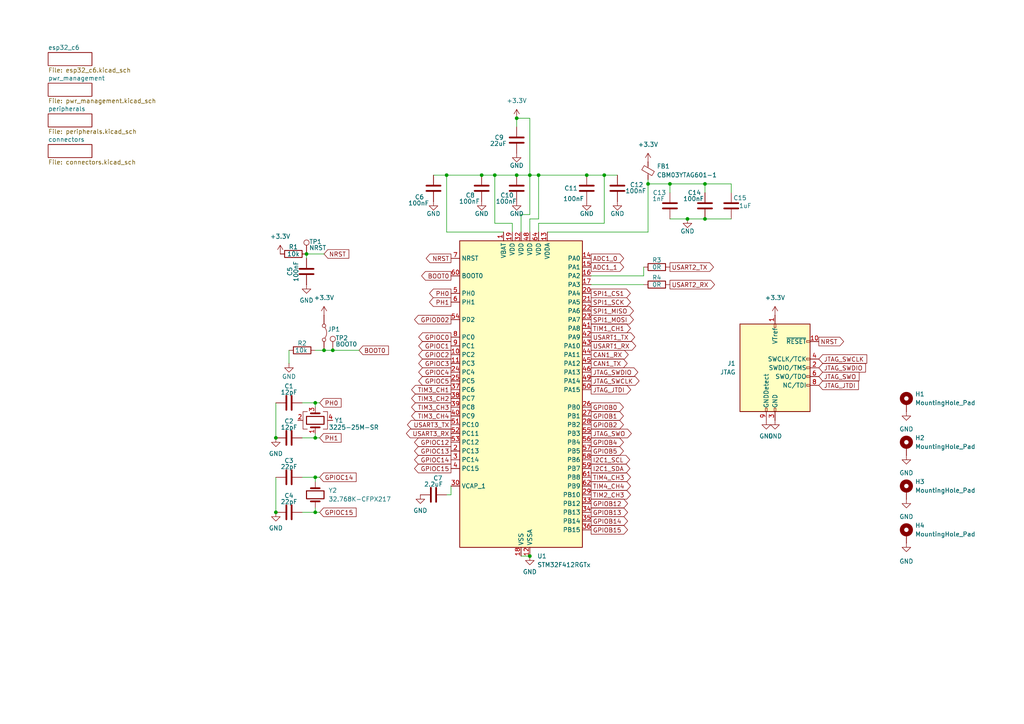
<source format=kicad_sch>
(kicad_sch (version 20250114) (generator "eeschema") (generator_version "9.0")
  (paper "A4")
  (title_block (title "IoT Logger B - STM32F4") (date "2026-01-24") (rev "1.0") (company "Piotr Kłyś"))
  (lib_symbols
    (symbol "Connector:Conn_ARM_JTAG_SWD_10" (pin_names (offset 1.016))
      (property "Reference" "J" (at -2.54 16.51 0))
      (property "Value" "Conn_ARM_JTAG_SWD_10" (at -2.54 13.97 0))
      (symbol "Conn_ARM_JTAG_SWD_10_0_1"
        (rectangle (start -10.16 12.7) (end 10.16 -12.7) (stroke (width 0.254)) (fill (type background)))
        (rectangle (start -2.794 -12.7) (end -2.286 -11.684))
        (rectangle (start -0.254 12.7) (end 0.254 11.684))
        (rectangle (start -0.254 -12.7) (end 0.254 -11.684))
        (rectangle (start 9.144 2.286) (end 10.16 2.794))
        (rectangle (start 10.16 7.874) (end 9.144 7.366))
        (rectangle (start 10.16 -0.254) (end 9.144 0.254))
        (rectangle (start 10.16 -2.794) (end 9.144 -2.286))
      )
      (symbol "Conn_ARM_JTAG_SWD_10_1_1"
        (rectangle (start 9.144 -5.334) (end 10.16 -4.826))
        (pin no_connect line (at -10.16 0 0) (length 2.54) (hide yes) (name "KEY") (number "7"))
        (pin passive line (at -2.54 -15.24 90) (length 2.54) (name "GNDDetect") (number "9"))
        (pin power_in line (at 0 15.24 270) (length 2.54) (name "VTref") (number "1"))
        (pin power_in line (at 0 -15.24 90) (length 2.54) (name "GND") (number "3"))
        (pin passive line (at 0 -15.24 90) (length 2.54) (hide yes) (name "GND") (number "5"))
        (pin open_collector line (at 12.7 7.62 180) (length 2.54) (name "~{RESET}") (number "10"))
        (pin output line (at 12.7 2.54 180) (length 2.54) (name "SWCLK/TCK") (number "4"))
        (pin bidirectional line (at 12.7 0 180) (length 2.54) (name "SWDIO/TMS") (number "2"))
        (pin input line (at 12.7 -2.54 180) (length 2.54) (name "SWO/TDO") (number "6"))
        (pin output line (at 12.7 -5.08 180) (length 2.54) (name "NC/TDI") (number "8"))
      )
    )
    (symbol "Connector:TestPoint" (pin_numbers (hide yes)) (pin_names (offset 0.762) (hide yes))
      (property "Reference" "TP" (at 0 6.858 0))
      (property "Value" "TestPoint" (at 0 5.08 0))
      (symbol "TestPoint_0_1"
        (circle (center 0 3.302) (radius 0.762))
      )
      (symbol "TestPoint_1_1"
        (pin passive line (at 0 0 90) (length 2.54) (name "1") (number "1"))
      )
    )
    (symbol "Device:C" (pin_numbers (hide yes)) (pin_names (offset 0.254))
      (property "Reference" "C" (at 0.635 2.54 0))
      (property "Value" "C" (at 0.635 -2.54 0))
      (symbol "C_0_1"
        (polyline (pts (xy -2.032 0.762) (xy 2.032 0.762)) (stroke (width 0.508)))
        (polyline (pts (xy -2.032 -0.762) (xy 2.032 -0.762)) (stroke (width 0.508)))
      )
      (symbol "C_1_1"
        (pin passive line (at 0 3.81 270) (length 2.794) (name "~") (number "1"))
        (pin passive line (at 0 -3.81 90) (length 2.794) (name "~") (number "2"))
      )
    )
    (symbol "Device:Crystal" (pin_numbers (hide yes)) (pin_names (offset 1.016) (hide yes))
      (property "Reference" "Y" (at 0 3.81 0))
      (property "Value" "Crystal" (at 0 -3.81 0))
      (symbol "Crystal_0_1"
        (polyline (pts (xy -2.54 0) (xy -1.905 0)))
        (polyline (pts (xy -1.905 -1.27) (xy -1.905 1.27)) (stroke (width 0.508)))
        (rectangle (start -1.143 2.54) (end 1.143 -2.54) (stroke (width 0.3048)))
        (polyline (pts (xy 1.905 -1.27) (xy 1.905 1.27)) (stroke (width 0.508)))
        (polyline (pts (xy 2.54 0) (xy 1.905 0)))
      )
      (symbol "Crystal_1_1"
        (pin passive line (at -3.81 0 0) (length 1.27) (name "1") (number "1"))
        (pin passive line (at 3.81 0 180) (length 1.27) (name "2") (number "2"))
      )
    )
    (symbol "Device:Crystal_GND24" (pin_names (offset 1.016) (hide yes))
      (property "Reference" "Y" (at 3.175 5.08 0))
      (property "Value" "Crystal_GND24" (at 3.175 3.175 0))
      (symbol "Crystal_GND24_0_1"
        (polyline (pts (xy -2.54 2.286) (xy -2.54 3.556) (xy 2.54 3.556) (xy 2.54 2.286)))
        (polyline (pts (xy -2.54 0) (xy -2.032 0)))
        (polyline (pts (xy -2.54 -2.286) (xy -2.54 -3.556) (xy 2.54 -3.556) (xy 2.54 -2.286)))
        (polyline (pts (xy -2.032 -1.27) (xy -2.032 1.27)) (stroke (width 0.508)))
        (rectangle (start -1.143 2.54) (end 1.143 -2.54) (stroke (width 0.3048)))
        (polyline (pts (xy 0 3.556) (xy 0 3.81)))
        (polyline (pts (xy 0 -3.81) (xy 0 -3.556)))
        (polyline (pts (xy 2.032 0) (xy 2.54 0)))
        (polyline (pts (xy 2.032 -1.27) (xy 2.032 1.27)) (stroke (width 0.508)))
      )
      (symbol "Crystal_GND24_1_1"
        (pin passive line (at -3.81 0 0) (length 1.27) (name "1") (number "1"))
        (pin passive line (at 0 5.08 270) (length 1.27) (name "2") (number "2"))
        (pin passive line (at 0 -5.08 90) (length 1.27) (name "4") (number "4"))
        (pin passive line (at 3.81 0 180) (length 1.27) (name "3") (number "3"))
      )
    )
    (symbol "Device:FerriteBead_Small" (pin_numbers (hide yes)) (pin_names (offset 0))
      (property "Reference" "FB" (at 1.905 1.27 0))
      (property "Value" "FerriteBead_Small" (at 1.905 -1.27 0))
      (symbol "FerriteBead_Small_0_1"
        (polyline (pts (xy -1.8288 0.2794) (xy -1.1176 1.4986) (xy 1.8288 -0.2032) (xy 1.1176 -1.4224) (xy -1.8288 0.2794)))
        (polyline (pts (xy 0 0.889) (xy 0 1.2954)))
        (polyline (pts (xy 0 -1.27) (xy 0 -0.7874)))
      )
      (symbol "FerriteBead_Small_1_1"
        (pin passive line (at 0 2.54 270) (length 1.27) (name "~") (number "1"))
        (pin passive line (at 0 -2.54 90) (length 1.27) (name "~") (number "2"))
      )
    )
    (symbol "Device:R" (pin_numbers (hide yes)) (pin_names (offset 0))
      (property "Reference" "R" (at 2.032 0 90))
      (property "Value" "R" (at 0 0 90))
      (symbol "R_0_1"
        (rectangle (start -1.016 -2.54) (end 1.016 2.54) (stroke (width 0.254)))
      )
      (symbol "R_1_1"
        (pin passive line (at 0 3.81 270) (length 1.27) (name "~") (number "1"))
        (pin passive line (at 0 -3.81 90) (length 1.27) (name "~") (number "2"))
      )
    )
    (symbol "Jumper:Jumper_2_Bridged" (pin_numbers (hide yes)) (pin_names (offset 0) (hide yes))
      (property "Reference" "JP" (at 0 1.905 0))
      (property "Value" "Jumper_2_Bridged" (at 0 -2.54 0))
      (symbol "Jumper_2_Bridged_0_0"
        (circle (center -2.032 0) (radius 0.508))
        (circle (center 2.032 0) (radius 0.508))
      )
      (symbol "Jumper_2_Bridged_0_1"
        (arc (start -1.524 0.254) (mid 0 0.762) (end 1.524 0.254))
      )
      (symbol "Jumper_2_Bridged_1_1"
        (pin passive line (at -5.08 0 0) (length 2.54) (name "A") (number "1"))
        (pin passive line (at 5.08 0 180) (length 2.54) (name "B") (number "2"))
      )
    )
    (symbol "MCU_ST_STM32F4:STM32F412RGTx"
      (property "Reference" "U" (at -17.78 46.99 0))
      (property "Value" "STM32F412RGTx" (at 10.16 46.99 0))
      (symbol "STM32F412RGTx_0_1"
        (rectangle (start -17.78 -43.18) (end 17.78 45.72) (stroke (width 0.254)) (fill (type background)))
      )
      (symbol "STM32F412RGTx_1_1"
        (pin input line (at -20.32 40.64 0) (length 2.54) (name "NRST") (number "7"))
        (pin input line (at -20.32 35.56 0) (length 2.54) (name "BOOT0") (number "60"))
        (pin bidirectional line (at -20.32 30.48 0) (length 2.54) (name "PH0") (number "5"))
        (pin bidirectional line (at -20.32 27.94 0) (length 2.54) (name "PH1") (number "6"))
        (pin bidirectional line (at -20.32 22.86 0) (length 2.54) (name "PD2") (number "54"))
        (pin bidirectional line (at -20.32 17.78 0) (length 2.54) (name "PC0") (number "8"))
        (pin bidirectional line (at -20.32 15.24 0) (length 2.54) (name "PC1") (number "9"))
        (pin bidirectional line (at -20.32 12.7 0) (length 2.54) (name "PC2") (number "10"))
        (pin bidirectional line (at -20.32 10.16 0) (length 2.54) (name "PC3") (number "11"))
        (pin bidirectional line (at -20.32 7.62 0) (length 2.54) (name "PC4") (number "24"))
        (pin bidirectional line (at -20.32 5.08 0) (length 2.54) (name "PC5") (number "25"))
        (pin bidirectional line (at -20.32 2.54 0) (length 2.54) (name "PC6") (number "37"))
        (pin bidirectional line (at -20.32 0 0) (length 2.54) (name "PC7") (number "38"))
        (pin bidirectional line (at -20.32 -2.54 0) (length 2.54) (name "PC8") (number "39"))
        (pin bidirectional line (at -20.32 -5.08 0) (length 2.54) (name "PC9") (number "40"))
        (pin bidirectional line (at -20.32 -7.62 0) (length 2.54) (name "PC10") (number "51"))
        (pin bidirectional line (at -20.32 -10.16 0) (length 2.54) (name "PC11") (number "52"))
        (pin bidirectional line (at -20.32 -12.7 0) (length 2.54) (name "PC12") (number "53"))
        (pin bidirectional line (at -20.32 -15.24 0) (length 2.54) (name "PC13") (number "2"))
        (pin bidirectional line (at -20.32 -17.78 0) (length 2.54) (name "PC14") (number "3"))
        (pin bidirectional line (at -20.32 -20.32 0) (length 2.54) (name "PC15") (number "4"))
        (pin power_out line (at -20.32 -25.4 0) (length 2.54) (name "VCAP_1") (number "30"))
        (pin power_in line (at -5.08 48.26 270) (length 2.54) (name "VBAT") (number "1"))
        (pin power_in line (at -2.54 48.26 270) (length 2.54) (name "VDD") (number "19"))
        (pin power_in line (at 0 48.26 270) (length 2.54) (name "VDD") (number "32"))
        (pin power_in line (at 0 -45.72 90) (length 2.54) (name "VSS") (number "18"))
        (pin passive line (at 0 -45.72 90) (length 2.54) (hide yes) (name "VSS") (number "31"))
        (pin passive line (at 0 -45.72 90) (length 2.54) (hide yes) (name "VSS") (number "47"))
        (pin passive line (at 0 -45.72 90) (length 2.54) (hide yes) (name "VSS") (number "63"))
        (pin power_in line (at 2.54 48.26 270) (length 2.54) (name "VDD") (number "48"))
        (pin power_in line (at 2.54 -45.72 90) (length 2.54) (name "VSSA") (number "12"))
        (pin power_in line (at 5.08 48.26 270) (length 2.54) (name "VDD") (number "64"))
        (pin power_in line (at 7.62 48.26 270) (length 2.54) (name "VDDA") (number "13"))
        (pin bidirectional line (at 20.32 40.64 180) (length 2.54) (name "PA0") (number "14"))
        (pin bidirectional line (at 20.32 38.1 180) (length 2.54) (name "PA1") (number "15"))
        (pin bidirectional line (at 20.32 35.56 180) (length 2.54) (name "PA2") (number "16"))
        (pin bidirectional line (at 20.32 33.02 180) (length 2.54) (name "PA3") (number "17"))
        (pin bidirectional line (at 20.32 30.48 180) (length 2.54) (name "PA4") (number "20"))
        (pin bidirectional line (at 20.32 27.94 180) (length 2.54) (name "PA5") (number "21"))
        (pin bidirectional line (at 20.32 25.4 180) (length 2.54) (name "PA6") (number "22"))
        (pin bidirectional line (at 20.32 22.86 180) (length 2.54) (name "PA7") (number "23"))
        (pin bidirectional line (at 20.32 20.32 180) (length 2.54) (name "PA8") (number "41"))
        (pin bidirectional line (at 20.32 17.78 180) (length 2.54) (name "PA9") (number "42"))
        (pin bidirectional line (at 20.32 15.24 180) (length 2.54) (name "PA10") (number "43"))
        (pin bidirectional line (at 20.32 12.7 180) (length 2.54) (name "PA11") (number "44"))
        (pin bidirectional line (at 20.32 10.16 180) (length 2.54) (name "PA12") (number "45"))
        (pin bidirectional line (at 20.32 7.62 180) (length 2.54) (name "PA13") (number "46"))
        (pin bidirectional line (at 20.32 5.08 180) (length 2.54) (name "PA14") (number "49"))
        (pin bidirectional line (at 20.32 2.54 180) (length 2.54) (name "PA15") (number "50"))
        (pin bidirectional line (at 20.32 -2.54 180) (length 2.54) (name "PB0") (number "26"))
        (pin bidirectional line (at 20.32 -5.08 180) (length 2.54) (name "PB1") (number "27"))
        (pin bidirectional line (at 20.32 -7.62 180) (length 2.54) (name "PB2") (number "28"))
        (pin bidirectional line (at 20.32 -10.16 180) (length 2.54) (name "PB3") (number "55"))
        (pin bidirectional line (at 20.32 -12.7 180) (length 2.54) (name "PB4") (number "56"))
        (pin bidirectional line (at 20.32 -15.24 180) (length 2.54) (name "PB5") (number "57"))
        (pin bidirectional line (at 20.32 -17.78 180) (length 2.54) (name "PB6") (number "58"))
        (pin bidirectional line (at 20.32 -20.32 180) (length 2.54) (name "PB7") (number "59"))
        (pin bidirectional line (at 20.32 -22.86 180) (length 2.54) (name "PB8") (number "61"))
        (pin bidirectional line (at 20.32 -25.4 180) (length 2.54) (name "PB9") (number "62"))
        (pin bidirectional line (at 20.32 -27.94 180) (length 2.54) (name "PB10") (number "29"))
        (pin bidirectional line (at 20.32 -30.48 180) (length 2.54) (name "PB12") (number "33"))
        (pin bidirectional line (at 20.32 -33.02 180) (length 2.54) (name "PB13") (number "34"))
        (pin bidirectional line (at 20.32 -35.56 180) (length 2.54) (name "PB14") (number "35"))
        (pin bidirectional line (at 20.32 -38.1 180) (length 2.54) (name "PB15") (number "36"))
      )
    )
    (symbol "Mechanical:MountingHole_Pad" (pin_numbers (hide yes)) (pin_names (offset 1.016) (hide yes)) (in_bom no)
      (property "Reference" "H" (at 0 6.35 0))
      (property "Value" "MountingHole_Pad" (at 0 4.445 0))
      (symbol "MountingHole_Pad_0_1"
        (circle (center 0 1.27) (radius 1.27) (stroke (width 1.27)))
      )
      (symbol "MountingHole_Pad_1_1"
        (pin input line (at 0 -2.54 90) (length 2.54) (name "1") (number "1"))
      )
    )
    (symbol "power:+3.3V" (power) (pin_numbers (hide yes)) (pin_names (offset 0) (hide yes))
      (property "Value" "+3.3V" (at 0 3.556 0))
      (symbol "+3.3V_0_1"
        (polyline (pts (xy -0.762 1.27) (xy 0 2.54)))
        (polyline (pts (xy 0 2.54) (xy 0.762 1.27)))
        (polyline (pts (xy 0 0) (xy 0 2.54)))
      )
      (symbol "+3.3V_1_1"
        (pin power_in line (at 0 0 90) (length 0) (name "~") (number "1"))
      )
    )
    (symbol "power:GND" (power) (pin_numbers (hide yes)) (pin_names (offset 0) (hide yes))
      (property "Value" "GND" (at 0 -3.81 0))
      (symbol "GND_0_1"
        (polyline (pts (xy 0 0) (xy 0 -1.27) (xy 1.27 -1.27) (xy 0 -2.54) (xy -1.27 -1.27) (xy 0 -1.27)))
      )
      (symbol "GND_1_1"
        (pin power_in line (at 0 0 270) (length 0) (name "~") (number "1"))
      )
    )
  )
  (junction (at 149.86 50.8))
  (junction (at 143.51 50.8))
  (junction (at 170.18 50.8))
  (junction (at 91.44 148.59))
  (junction (at 91.44 116.84))
  (junction (at 139.7 50.8))
  (junction (at 175.26 50.8))
  (junction (at 204.47 53.34))
  (junction (at 156.21 50.8))
  (junction (at 204.47 63.5))
  (junction (at 88.9 73.66))
  (junction (at 93.98 101.6))
  (junction (at 91.44 127))
  (junction (at 80.01 127))
  (junction (at 187.96 53.34))
  (junction (at 199.39 63.5))
  (junction (at 149.86 34.29))
  (junction (at 153.67 50.8))
  (junction (at 96.52 101.6))
  (junction (at 91.44 138.43))
  (junction (at 129.54 50.8))
  (junction (at 153.67 161.29))
  (junction (at 194.31 53.34))
  (junction (at 80.01 148.59))
  (wire (pts (xy 204.47 53.34) (xy 194.31 53.34)))
  (wire (pts (xy 212.09 53.34) (xy 204.47 53.34)))
  (wire (pts (xy 96.52 101.6) (xy 104.14 101.6)))
  (wire (pts (xy 91.44 127) (xy 92.71 127)))
  (wire (pts (xy 148.59 64.77) (xy 148.59 67.31)))
  (wire (pts (xy 153.67 67.31) (xy 153.67 63.5)))
  (wire (pts (xy 151.13 161.29) (xy 153.67 161.29)))
  (wire (pts (xy 88.9 74.93) (xy 88.9 73.66)))
  (wire (pts (xy 143.51 50.8) (xy 149.86 50.8)))
  (wire (pts (xy 96.52 101.6) (xy 93.98 101.6)))
  (wire (pts (xy 204.47 63.5) (xy 212.09 63.5)))
  (wire (pts (xy 87.63 127) (xy 91.44 127)))
  (wire (pts (xy 91.44 125.73) (xy 91.44 127)))
  (wire (pts (xy 91.44 138.43) (xy 91.44 139.7)))
  (wire (pts (xy 87.63 138.43) (xy 91.44 138.43)))
  (wire (pts (xy 91.44 147.32) (xy 91.44 148.59)))
  (wire (pts (xy 129.54 50.8) (xy 139.7 50.8)))
  (wire (pts (xy 153.67 63.5) (xy 156.21 63.5)))
  (wire (pts (xy 187.96 67.31) (xy 187.96 53.34)))
  (wire (pts (xy 186.69 80.01) (xy 186.69 77.47)))
  (wire (pts (xy 151.13 67.31) (xy 151.13 62.23)))
  (wire (pts (xy 156.21 50.8) (xy 170.18 50.8)))
  (wire (pts (xy 187.96 52.07) (xy 187.96 53.34)))
  (wire (pts (xy 153.67 62.23) (xy 153.67 50.8)))
  (wire (pts (xy 87.63 116.84) (xy 91.44 116.84)))
  (wire (pts (xy 153.67 34.29) (xy 153.67 50.8)))
  (wire (pts (xy 129.54 143.51) (xy 130.81 143.51)))
  (wire (pts (xy 91.44 148.59) (xy 92.71 148.59)))
  (wire (pts (xy 129.54 50.8) (xy 125.73 50.8)))
  (wire (pts (xy 151.13 62.23) (xy 153.67 62.23)))
  (wire (pts (xy 139.7 50.8) (xy 143.51 50.8)))
  (wire (pts (xy 194.31 63.5) (xy 199.39 63.5)))
  (wire (pts (xy 156.21 63.5) (xy 156.21 50.8)))
  (wire (pts (xy 187.96 53.34) (xy 194.31 53.34)))
  (wire (pts (xy 148.59 64.77) (xy 143.51 64.77)))
  (wire (pts (xy 156.21 64.77) (xy 175.26 64.77)))
  (wire (pts (xy 149.86 50.8) (xy 153.67 50.8)))
  (wire (pts (xy 88.9 73.66) (xy 93.98 73.66)))
  (wire (pts (xy 175.26 64.77) (xy 175.26 50.8)))
  (wire (pts (xy 91.44 101.6) (xy 93.98 101.6)))
  (wire (pts (xy 170.18 50.8) (xy 175.26 50.8)))
  (wire (pts (xy 129.54 67.31) (xy 129.54 50.8)))
  (wire (pts (xy 204.47 55.88) (xy 204.47 53.34)))
  (wire (pts (xy 91.44 116.84) (xy 91.44 118.11)))
  (wire (pts (xy 87.63 148.59) (xy 91.44 148.59)))
  (wire (pts (xy 175.26 50.8) (xy 179.07 50.8)))
  (wire (pts (xy 158.75 67.31) (xy 187.96 67.31)))
  (wire (pts (xy 143.51 64.77) (xy 143.51 50.8)))
  (wire (pts (xy 83.82 105.41) (xy 83.82 101.6)))
  (wire (pts (xy 91.44 138.43) (xy 92.71 138.43)))
  (wire (pts (xy 199.39 63.5) (xy 204.47 63.5)))
  (wire (pts (xy 194.31 53.34) (xy 194.31 55.88)))
  (wire (pts (xy 171.45 82.55) (xy 186.69 82.55)))
  (wire (pts (xy 146.05 67.31) (xy 129.54 67.31)))
  (wire (pts (xy 80.01 138.43) (xy 80.01 148.59)))
  (wire (pts (xy 153.67 34.29) (xy 149.86 34.29)))
  (wire (pts (xy 156.21 64.77) (xy 156.21 67.31)))
  (wire (pts (xy 80.01 116.84) (xy 80.01 127)))
  (wire (pts (xy 153.67 50.8) (xy 156.21 50.8)))
  (wire (pts (xy 130.81 143.51) (xy 130.81 140.97)))
  (wire (pts (xy 171.45 80.01) (xy 186.69 80.01)))
  (wire (pts (xy 91.44 116.84) (xy 92.71 116.84)))
  (wire (pts (xy 212.09 55.88) (xy 212.09 53.34)))
  (wire (pts (xy 149.86 34.29) (xy 149.86 36.83)))
  (global_label "GPIOC13" (shape output) (at 130.81 130.81 180) (property "Intersheetrefs" "${INTERSHEET_REFS}" (effects (hide yes))))
  (global_label "PH0" (shape input) (at 92.71 116.84 0) (property "Intersheetrefs" "${INTERSHEET_REFS}" (effects (hide yes))))
  (global_label "GPIOB2" (shape output) (at 171.45 123.19 0) (property "Intersheetrefs" "${INTERSHEET_REFS}" (effects (hide yes))))
  (global_label "NRST" (shape input) (at 93.98 73.66 0) (property "Intersheetrefs" "${INTERSHEET_REFS}" (effects (hide yes))))
  (global_label "BOOT0" (shape input) (at 104.14 101.6 0) (property "Intersheetrefs" "${INTERSHEET_REFS}" (effects (hide yes))))
  (global_label "GPIOC1" (shape output) (at 130.81 100.33 180) (property "Intersheetrefs" "${INTERSHEET_REFS}" (effects (hide yes))))
  (global_label "SPI1_SCK" (shape output) (at 171.45 87.63 0) (property "Intersheetrefs" "${INTERSHEET_REFS}" (effects (hide yes))))
  (global_label "JTAG_JTDI" (shape output) (at 171.45 113.03 0) (property "Intersheetrefs" "${INTERSHEET_REFS}" (effects (hide yes))))
  (global_label "USART2_TX" (shape output) (at 194.31 77.47 0) (property "Intersheetrefs" "${INTERSHEET_REFS}" (effects (hide yes))))
  (global_label "GPIOC3" (shape output) (at 130.81 105.41 180) (property "Intersheetrefs" "${INTERSHEET_REFS}" (effects (hide yes))))
  (global_label "GPIOB15" (shape output) (at 171.45 153.67 0) (property "Intersheetrefs" "${INTERSHEET_REFS}" (effects (hide yes))))
  (global_label "TIM3_CH4" (shape output) (at 130.81 120.65 180) (property "Intersheetrefs" "${INTERSHEET_REFS}" (effects (hide yes))))
  (global_label "TIM4_CH3" (shape output) (at 171.45 138.43 0) (property "Intersheetrefs" "${INTERSHEET_REFS}" (effects (hide yes))))
  (global_label "I2C1_SDA" (shape output) (at 171.45 135.89 0) (property "Intersheetrefs" "${INTERSHEET_REFS}" (effects (hide yes))))
  (global_label "SPI1_MISO" (shape output) (at 171.45 90.17 0) (property "Intersheetrefs" "${INTERSHEET_REFS}" (effects (hide yes))))
  (global_label "GPIOB12" (shape output) (at 171.45 146.05 0) (property "Intersheetrefs" "${INTERSHEET_REFS}" (effects (hide yes))))
  (global_label "TIM3_CH3" (shape output) (at 130.81 118.11 180) (property "Intersheetrefs" "${INTERSHEET_REFS}" (effects (hide yes))))
  (global_label "GPIOC12" (shape output) (at 130.81 128.27 180) (property "Intersheetrefs" "${INTERSHEET_REFS}" (effects (hide yes))))
  (global_label "PH0" (shape output) (at 130.81 85.09 180) (property "Intersheetrefs" "${INTERSHEET_REFS}" (effects (hide yes))))
  (global_label "GPIOC0" (shape output) (at 130.81 97.79 180) (property "Intersheetrefs" "${INTERSHEET_REFS}" (effects (hide yes))))
  (global_label "GPIOB0" (shape output) (at 171.45 118.11 0) (property "Intersheetrefs" "${INTERSHEET_REFS}" (effects (hide yes))))
  (global_label "JTAG_SWCLK" (shape output) (at 171.45 110.49 0) (property "Intersheetrefs" "${INTERSHEET_REFS}" (effects (hide yes))))
  (global_label "SPI1_CS1" (shape output) (at 171.45 85.09 0) (property "Intersheetrefs" "${INTERSHEET_REFS}" (effects (hide yes))))
  (global_label "GPIOB4" (shape output) (at 171.45 128.27 0) (property "Intersheetrefs" "${INTERSHEET_REFS}" (effects (hide yes))))
  (global_label "GPIOC5" (shape output) (at 130.81 110.49 180) (property "Intersheetrefs" "${INTERSHEET_REFS}" (effects (hide yes))))
  (global_label "TIM3_CH2" (shape output) (at 130.81 115.57 180) (property "Intersheetrefs" "${INTERSHEET_REFS}" (effects (hide yes))))
  (global_label "TIM2_CH3" (shape output) (at 171.45 143.51 0) (property "Intersheetrefs" "${INTERSHEET_REFS}" (effects (hide yes))))
  (global_label "CAN1_TX" (shape output) (at 171.45 105.41 0) (property "Intersheetrefs" "${INTERSHEET_REFS}" (effects (hide yes))))
  (global_label "NRST" (shape output) (at 237.49 99.06 0) (property "Intersheetrefs" "${INTERSHEET_REFS}" (effects (hide yes))))
  (global_label "USART1_TX" (shape output) (at 171.45 97.79 0) (property "Intersheetrefs" "${INTERSHEET_REFS}" (effects (hide yes))))
  (global_label "JTAG_SWDIO" (shape output) (at 171.45 107.95 0) (property "Intersheetrefs" "${INTERSHEET_REFS}" (effects (hide yes))))
  (global_label "GPIOB1" (shape output) (at 171.45 120.65 0) (property "Intersheetrefs" "${INTERSHEET_REFS}" (effects (hide yes))))
  (global_label "SPI1_MOSI" (shape output) (at 171.45 92.71 0) (property "Intersheetrefs" "${INTERSHEET_REFS}" (effects (hide yes))))
  (global_label "JTAG_SWO" (shape output) (at 171.45 125.73 0) (property "Intersheetrefs" "${INTERSHEET_REFS}" (effects (hide yes))))
  (global_label "I2C1_SCL" (shape output) (at 171.45 133.35 0) (property "Intersheetrefs" "${INTERSHEET_REFS}" (effects (hide yes))))
  (global_label "GPIOB14" (shape output) (at 171.45 151.13 0) (property "Intersheetrefs" "${INTERSHEET_REFS}" (effects (hide yes))))
  (global_label "GPIOB13" (shape output) (at 171.45 148.59 0) (property "Intersheetrefs" "${INTERSHEET_REFS}" (effects (hide yes))))
  (global_label "USART3_TX" (shape output) (at 130.81 123.19 180) (property "Intersheetrefs" "${INTERSHEET_REFS}" (effects (hide yes))))
  (global_label "GPIOC14" (shape output) (at 130.81 133.35 180) (property "Intersheetrefs" "${INTERSHEET_REFS}" (effects (hide yes))))
  (global_label "TIM1_CH1" (shape output) (at 171.45 95.25 0) (property "Intersheetrefs" "${INTERSHEET_REFS}" (effects (hide yes))))
  (global_label "TIM3_CH1" (shape output) (at 130.81 113.03 180) (property "Intersheetrefs" "${INTERSHEET_REFS}" (effects (hide yes))))
  (global_label "GPIOC4" (shape output) (at 130.81 107.95 180) (property "Intersheetrefs" "${INTERSHEET_REFS}" (effects (hide yes))))
  (global_label "NRST" (shape output) (at 130.81 74.93 180) (property "Intersheetrefs" "${INTERSHEET_REFS}" (effects (hide yes))))
  (global_label "TIM4_CH4" (shape output) (at 171.45 140.97 0) (property "Intersheetrefs" "${INTERSHEET_REFS}" (effects (hide yes))))
  (global_label "GPIOC14" (shape input) (at 92.71 138.43 0) (property "Intersheetrefs" "${INTERSHEET_REFS}" (effects (hide yes))))
  (global_label "GPIOB5" (shape output) (at 171.45 130.81 0) (property "Intersheetrefs" "${INTERSHEET_REFS}" (effects (hide yes))))
  (global_label "JTAG_SWDIO" (shape input) (at 237.49 106.68 0) (property "Intersheetrefs" "${INTERSHEET_REFS}" (effects (hide yes))))
  (global_label "PH1" (shape output) (at 130.81 87.63 180) (property "Intersheetrefs" "${INTERSHEET_REFS}" (effects (hide yes))))
  (global_label "BOOT0" (shape output) (at 130.81 80.01 180) (property "Intersheetrefs" "${INTERSHEET_REFS}" (effects (hide yes))))
  (global_label "GPIOC15" (shape input) (at 92.71 148.59 0) (property "Intersheetrefs" "${INTERSHEET_REFS}" (effects (hide yes))))
  (global_label "GPIOC2" (shape output) (at 130.81 102.87 180) (property "Intersheetrefs" "${INTERSHEET_REFS}" (effects (hide yes))))
  (global_label "ADC1_1" (shape output) (at 171.45 77.47 0) (property "Intersheetrefs" "${INTERSHEET_REFS}" (effects (hide yes))))
  (global_label "CAN1_RX" (shape output) (at 171.45 102.87 0) (property "Intersheetrefs" "${INTERSHEET_REFS}" (effects (hide yes))))
  (global_label "JTAG_SWO" (shape input) (at 237.49 109.22 0) (property "Intersheetrefs" "${INTERSHEET_REFS}" (effects (hide yes))))
  (global_label "GPIOC15" (shape output) (at 130.81 135.89 180) (property "Intersheetrefs" "${INTERSHEET_REFS}" (effects (hide yes))))
  (global_label "USART2_RX" (shape output) (at 194.31 82.55 0) (property "Intersheetrefs" "${INTERSHEET_REFS}" (effects (hide yes))))
  (global_label "USART1_RX" (shape output) (at 171.45 100.33 0) (property "Intersheetrefs" "${INTERSHEET_REFS}" (effects (hide yes))))
  (global_label "PH1" (shape input) (at 92.71 127 0) (property "Intersheetrefs" "${INTERSHEET_REFS}" (effects (hide yes))))
  (global_label "JTAG_SWCLK" (shape input) (at 237.49 104.14 0) (property "Intersheetrefs" "${INTERSHEET_REFS}" (effects (hide yes))))
  (global_label "JTAG_JTDI" (shape input) (at 237.49 111.76 0) (property "Intersheetrefs" "${INTERSHEET_REFS}" (effects (hide yes))))
  (global_label "ADC1_0" (shape output) (at 171.45 74.93 0) (property "Intersheetrefs" "${INTERSHEET_REFS}" (effects (hide yes))))
  (global_label "USART3_RX" (shape output) (at 130.81 125.73 180) (property "Intersheetrefs" "${INTERSHEET_REFS}" (effects (hide yes))))
  (global_label "GPIOD02" (shape output) (at 130.81 92.71 180) (property "Intersheetrefs" "${INTERSHEET_REFS}" (effects (hide yes))))
  (symbol (lib_id "Device:C") (at 83.82 116.84 90) (unit 1)
    (property "Reference" "C1" (at 83.82 112.014 90))
    (property "Value" "12pF" (at 83.82 113.792 90))
    (property "Footprint" "Capacitor_SMD:C_0603_1608Metric" (effects (hide yes)))
    (property "Description" "Unpolarized capacitor" (effects (hide yes)))
  )
  (symbol (lib_id "Mechanical:MountingHole_Pad") (at 262.89 142.24 0) (unit 1) (in_bom no)
    (property "Reference" "H3" (at 265.43 139.6999 0) (effects (justify left)))
    (property "Value" "MountingHole_Pad" (at 265.43 142.2399 0) (effects (justify left)))
    (property "Footprint" "MountingHole:MountingHole_3.2mm_M3_DIN965_Pad" (effects (hide yes)))
    (property "Description" "Mounting Hole with connection" (effects (hide yes)))
  )
  (symbol (lib_id "MCU_ST_STM32F4:STM32F412RGTx") (at 151.13 115.57 0) (unit 1)
    (property "Reference" "U1" (at 155.8133 161.29 0) (effects (justify left)))
    (property "Value" "STM32F412RGTx" (at 155.8133 163.83 0) (effects (justify left)))
    (property "Footprint" "Package_QFP:LQFP-64_10x10mm_P0.5mm" (effects (hide yes)))
    (property "Datasheet" "https://www.st.com/resource/en/datasheet/stm32f412rg.pdf" (effects (hide yes)))
    (property "Description" "STMicroelectronics Arm Cortex-M4 MCU, 1024KB flash, 256KB RAM, 100 MHz, 1.7-3.6V, 50 GPIO, LQFP64" (effects (hide yes)))
  )
  (symbol (lib_id "Device:C") (at 204.47 59.69 0) (unit 1)
    (property "Reference" "C14" (at 201.422 55.88 0))
    (property "Value" "100nF" (at 201.168 57.658 0))
    (property "Footprint" "Capacitor_SMD:C_0603_1608Metric" (effects (hide yes)))
    (property "Description" "Unpolarized capacitor" (effects (hide yes)))
  )
  (symbol (lib_id "Connector:TestPoint") (at 96.52 101.6 0) (unit 1)
    (property "Reference" "TP2" (at 97.282 98.044 0) (effects (justify left)))
    (property "Value" "BOOT0" (at 97.282 99.822 0) (effects (justify left)))
    (property "Footprint" "TestPoint:TestPoint_Pad_D1.5mm" (effects (hide yes)))
    (property "Description" "test point" (effects (hide yes)))
  )
  (symbol (lib_id "Jumper:Jumper_2_Bridged") (at 93.98 96.52 270) (unit 1)
    (property "Reference" "JP1" (at 94.996 95.504 90) (effects (justify left)))
    (property "Value" "Jumper_2_Bridged" (effects (hide yes)))
    (property "Footprint" "Connector_PinHeader_2.54mm:PinHeader_1x02_P2.54mm_Vertical" (effects (hide yes)))
    (property "Description" "Jumper, 2-pole, closed/bridged" (effects (hide yes)))
  )
  (symbol (lib_id "power:GND") (at 80.01 148.59 0) (unit 1)
    (property "Reference" "#PWR02" (effects (hide yes)))
    (property "Value" "GND" (at 80.01 153.162 0))
    (property "Description" "Power symbol creates a global label with name \"GND\" , ground" (effects (hide yes)))
  )
  (symbol (lib_id "power:GND") (at 262.89 132.08 0) (unit 1)
    (property "Reference" "#PWR022" (effects (hide yes)))
    (property "Value" "GND" (at 262.89 137.16 0))
    (property "Description" "Power symbol creates a global label with name \"GND\" , ground" (effects (hide yes)))
  )
  (symbol (lib_id "power:+3.3V") (at 81.28 73.66 0) (unit 1)
    (property "Reference" "#PWR03" (effects (hide yes)))
    (property "Value" "+3.3V" (at 81.28 68.58 0))
    (property "Description" "Power symbol creates a global label with name \"+3.3V\"" (effects (hide yes)))
  )
  (symbol (lib_id "power:+3.3V") (at 187.96 46.99 0) (unit 1)
    (property "Reference" "#PWR016" (effects (hide yes)))
    (property "Value" "+3.3V" (at 187.96 41.91 0))
    (property "Description" "Power symbol creates a global label with name \"+3.3V\"" (effects (hide yes)))
  )
  (symbol (lib_id "Mechanical:MountingHole_Pad") (at 262.89 116.84 0) (unit 1) (in_bom no)
    (property "Reference" "H1" (at 265.43 114.2999 0) (effects (justify left)))
    (property "Value" "MountingHole_Pad" (at 265.43 116.8399 0) (effects (justify left)))
    (property "Footprint" "MountingHole:MountingHole_3.2mm_M3_DIN965_Pad" (effects (hide yes)))
    (property "Description" "Mounting Hole with connection" (effects (hide yes)))
  )
  (symbol (lib_id "power:+3.3V") (at 93.98 91.44 0) (unit 1)
    (property "Reference" "#PWR06" (effects (hide yes)))
    (property "Value" "+3.3V" (at 93.98 86.36 0))
    (property "Description" "Power symbol creates a global label with name \"+3.3V\"" (effects (hide yes)))
  )
  (symbol (lib_id "Device:R") (at 190.5 82.55 270) (unit 1)
    (property "Reference" "R4" (at 190.5 80.518 90))
    (property "Value" "0R" (at 190.5 82.55 90))
    (property "Footprint" "Resistor_SMD:R_0603_1608Metric" (effects (hide yes)))
    (property "Description" "Resistor" (effects (hide yes)))
  )
  (symbol (lib_id "Connector:TestPoint") (at 88.9 73.66 0) (unit 1)
    (property "Reference" "TP1" (at 89.662 70.104 0) (effects (justify left)))
    (property "Value" "NRST" (at 89.662 71.882 0) (effects (justify left)))
    (property "Footprint" "TestPoint:TestPoint_Pad_D1.5mm" (effects (hide yes)))
    (property "Description" "test point" (effects (hide yes)))
  )
  (symbol (lib_id "power:GND") (at 262.89 144.78 0) (unit 1)
    (property "Reference" "#PWR023" (effects (hide yes)))
    (property "Value" "GND" (at 262.89 149.86 0))
    (property "Description" "Power symbol creates a global label with name \"GND\" , ground" (effects (hide yes)))
  )
  (symbol (lib_id "Device:C") (at 194.31 59.69 0) (unit 1)
    (property "Reference" "C13" (at 191.262 55.88 0))
    (property "Value" "1nF" (at 191.008 57.658 0))
    (property "Footprint" "Capacitor_SMD:C_0603_1608Metric" (effects (hide yes)))
    (property "Description" "Unpolarized capacitor" (effects (hide yes)))
  )
  (symbol (lib_id "Device:C") (at 83.82 138.43 90) (unit 1)
    (property "Reference" "C3" (at 83.82 133.604 90))
    (property "Value" "22pF" (at 83.82 135.382 90))
    (property "Footprint" "Capacitor_SMD:C_0603_1608Metric" (effects (hide yes)))
    (property "Description" "Unpolarized capacitor" (effects (hide yes)))
  )
  (symbol (lib_id "Mechanical:MountingHole_Pad") (at 262.89 129.54 0) (unit 1) (in_bom no)
    (property "Reference" "H2" (at 265.43 126.9999 0) (effects (justify left)))
    (property "Value" "MountingHole_Pad" (at 265.43 129.5399 0) (effects (justify left)))
    (property "Footprint" "MountingHole:MountingHole_3.2mm_M3_DIN965_Pad" (effects (hide yes)))
    (property "Description" "Mounting Hole with connection" (effects (hide yes)))
  )
  (symbol (lib_id "power:GND") (at 199.39 63.5 0) (unit 1)
    (property "Reference" "#PWR017" (effects (hide yes)))
    (property "Value" "GND" (at 199.39 67.056 0))
    (property "Description" "Power symbol creates a global label with name \"GND\" , ground" (effects (hide yes)))
  )
  (symbol (lib_id "Device:C") (at 149.86 40.64 0) (unit 1)
    (property "Reference" "C9" (at 144.78 39.878 0))
    (property "Value" "22uF" (at 144.526 41.656 0))
    (property "Footprint" "Capacitor_SMD:C_0603_1608Metric" (effects (hide yes)))
    (property "Description" "Unpolarized capacitor" (effects (hide yes)))
  )
  (symbol (lib_id "power:GND") (at 121.92 143.51 0) (unit 1)
    (property "Reference" "#PWR07" (effects (hide yes)))
    (property "Value" "GND" (at 121.92 148.082 0))
    (property "Description" "Power symbol creates a global label with name \"GND\" , ground" (effects (hide yes)))
  )
  (symbol (lib_id "Device:R") (at 87.63 101.6 270) (unit 1)
    (property "Reference" "R2" (at 87.63 99.568 90))
    (property "Value" "10k" (at 87.376 101.6 90))
    (property "Footprint" "Resistor_SMD:R_0603_1608Metric" (effects (hide yes)))
    (property "Description" "Resistor" (effects (hide yes)))
  )
  (symbol (lib_id "Mechanical:MountingHole_Pad") (at 262.89 154.94 0) (unit 1) (in_bom no)
    (property "Reference" "H4" (at 265.43 152.3999 0) (effects (justify left)))
    (property "Value" "MountingHole_Pad" (at 265.43 154.9399 0) (effects (justify left)))
    (property "Footprint" "MountingHole:MountingHole_3.2mm_M3_DIN965_Pad" (effects (hide yes)))
    (property "Description" "Mounting Hole with connection" (effects (hide yes)))
  )
  (symbol (lib_id "power:+3.3V") (at 149.86 34.29 0) (unit 1)
    (property "Reference" "#PWR010" (effects (hide yes)))
    (property "Value" "+3.3V" (at 149.86 29.21 0))
    (property "Description" "Power symbol creates a global label with name \"+3.3V\"" (effects (hide yes)))
  )
  (symbol (lib_id "Device:C") (at 125.73 143.51 90) (unit 1)
    (property "Reference" "C7" (at 127 138.684 90))
    (property "Value" "2.2uF" (at 125.73 140.462 90))
    (property "Footprint" "Capacitor_SMD:C_0603_1608Metric" (effects (hide yes)))
    (property "Description" "Unpolarized capacitor" (effects (hide yes)))
  )
  (symbol (lib_id "power:GND") (at 262.89 119.38 0) (unit 1)
    (property "Reference" "#PWR021" (effects (hide yes)))
    (property "Value" "GND" (at 262.89 124.46 0))
    (property "Description" "Power symbol creates a global label with name \"GND\" , ground" (effects (hide yes)))
  )
  (symbol (lib_id "Device:C") (at 179.07 54.61 0) (unit 1)
    (property "Reference" "C12" (at 184.658 53.594 0))
    (property "Value" "100nF" (at 184.404 55.372 0))
    (property "Footprint" "Capacitor_SMD:C_0603_1608Metric" (effects (hide yes)))
    (property "Description" "Unpolarized capacitor" (effects (hide yes)))
  )
  (symbol (lib_id "power:+3.3V") (at 224.79 91.44 0) (unit 1)
    (property "Reference" "#PWR019" (effects (hide yes)))
    (property "Value" "+3.3V" (at 224.79 86.36 0))
    (property "Description" "Power symbol creates a global label with name \"+3.3V\"" (effects (hide yes)))
  )
  (symbol (lib_id "power:GND") (at 139.7 58.42 0) (unit 1)
    (property "Reference" "#PWR09" (effects (hide yes)))
    (property "Value" "GND" (at 139.7 61.976 0))
    (property "Description" "Power symbol creates a global label with name \"GND\" , ground" (effects (hide yes)))
  )
  (symbol (lib_id "power:GND") (at 224.79 121.92 0) (unit 1)
    (property "Reference" "#PWR020" (effects (hide yes)))
    (property "Value" "GND" (at 224.79 126.492 0))
    (property "Description" "Power symbol creates a global label with name \"GND\" , ground" (effects (hide yes)))
  )
  (symbol (lib_id "power:GND") (at 153.67 161.29 0) (unit 1)
    (property "Reference" "#PWR013" (effects (hide yes)))
    (property "Value" "GND" (at 153.67 165.862 0))
    (property "Description" "Power symbol creates a global label with name \"GND\" , ground" (effects (hide yes)))
  )
  (symbol (lib_id "power:GND") (at 222.25 121.92 0) (unit 1)
    (property "Reference" "#PWR018" (effects (hide yes)))
    (property "Value" "GND" (at 222.25 126.492 0))
    (property "Description" "Power symbol creates a global label with name \"GND\" , ground" (effects (hide yes)))
  )
  (symbol (lib_id "power:GND") (at 170.18 58.42 0) (unit 1)
    (property "Reference" "#PWR014" (effects (hide yes)))
    (property "Value" "GND" (at 170.18 61.976 0))
    (property "Description" "Power symbol creates a global label with name \"GND\" , ground" (effects (hide yes)))
  )
  (symbol (lib_id "Device:FerriteBead_Small") (at 187.96 49.53 0) (unit 1)
    (property "Reference" "FB1" (at 190.5 48.2218 0) (effects (justify left)))
    (property "Value" "CBM03YTAG601-1" (at 190.5 50.7618 0) (effects (justify left)))
    (property "Footprint" "Inductor_SMD:L_0603_1608Metric" (effects (hide yes)))
    (property "Description" "Ferrite bead, small symbol" (effects (hide yes)))
  )
  (symbol (lib_id "power:GND") (at 80.01 127 0) (unit 1)
    (property "Reference" "#PWR01" (effects (hide yes)))
    (property "Value" "GND" (at 80.01 131.572 0))
    (property "Description" "Power symbol creates a global label with name \"GND\" , ground" (effects (hide yes)))
  )
  (symbol (lib_id "Device:C") (at 170.18 54.61 0) (unit 1)
    (property "Reference" "C11" (at 165.608 54.61 0))
    (property "Value" "100nF" (at 166.37 57.658 0))
    (property "Footprint" "Capacitor_SMD:C_0603_1608Metric" (effects (hide yes)))
    (property "Description" "Unpolarized capacitor" (effects (hide yes)))
  )
  (symbol (lib_id "Device:R") (at 190.5 77.47 270) (unit 1)
    (property "Reference" "R3" (at 190.5 75.438 90))
    (property "Value" "0R" (at 190.5 77.47 90))
    (property "Footprint" "Resistor_SMD:R_0603_1608Metric" (effects (hide yes)))
    (property "Description" "Resistor" (effects (hide yes)))
  )
  (symbol (lib_id "Device:Crystal") (at 91.44 143.51 270) (unit 1)
    (property "Reference" "Y2" (at 95.25 142.2399 90) (effects (justify left)))
    (property "Value" "32.768K-CFPX217" (at 95.25 144.7799 90) (effects (justify left)))
    (property "Footprint" "Crystal:Crystal_SMD_3215-2Pin_3.2x1.5mm" (effects (hide yes)))
    (property "Description" "Two pin crystal" (effects (hide yes)))
  )
  (symbol (lib_id "Device:Crystal_GND24") (at 91.44 121.92 90) (unit 1)
    (property "Reference" "Y1" (at 98.298 121.92 90))
    (property "Value" "3225-25M-SR" (at 102.616 123.952 90))
    (property "Footprint" "Crystal:Crystal_SMD_3225-4Pin_3.2x2.5mm" (effects (hide yes)))
    (property "Description" "Four pin crystal, GND on pins 2 and 4" (effects (hide yes)))
  )
  (symbol (lib_id "Device:C") (at 83.82 127 90) (unit 1)
    (property "Reference" "C2" (at 83.82 122.174 90))
    (property "Value" "12pF" (at 83.82 123.952 90))
    (property "Footprint" "Capacitor_SMD:C_0603_1608Metric" (effects (hide yes)))
    (property "Description" "Unpolarized capacitor" (effects (hide yes)))
  )
  (symbol (lib_id "power:GND") (at 83.82 105.41 0) (unit 1)
    (property "Reference" "#PWR04" (effects (hide yes)))
    (property "Value" "GND" (at 83.82 109.22 0))
    (property "Description" "Power symbol creates a global label with name \"GND\" , ground" (effects (hide yes)))
  )
  (symbol (lib_id "Device:C") (at 125.73 54.61 0) (unit 1)
    (property "Reference" "C6" (at 121.666 57.15 0))
    (property "Value" "100nF" (at 121.412 58.928 0))
    (property "Footprint" "Capacitor_SMD:C_0603_1608Metric" (effects (hide yes)))
    (property "Description" "Unpolarized capacitor" (effects (hide yes)))
  )
  (symbol (lib_id "Device:R") (at 85.09 73.66 270) (unit 1)
    (property "Reference" "R1" (at 85.09 71.628 90))
    (property "Value" "10k" (at 85.09 73.66 90))
    (property "Footprint" "Resistor_SMD:R_0603_1608Metric" (effects (hide yes)))
    (property "Description" "Resistor" (effects (hide yes)))
  )
  (symbol (lib_id "power:GND") (at 149.86 58.42 0) (unit 1)
    (property "Reference" "#PWR012" (effects (hide yes)))
    (property "Value" "GND" (at 149.86 61.976 0))
    (property "Description" "Power symbol creates a global label with name \"GND\" , ground" (effects (hide yes)))
  )
  (symbol (lib_id "power:GND") (at 125.73 58.42 0) (unit 1)
    (property "Reference" "#PWR08" (effects (hide yes)))
    (property "Value" "GND" (at 125.73 61.976 0))
    (property "Description" "Power symbol creates a global label with name \"GND\" , ground" (effects (hide yes)))
  )
  (symbol (lib_id "power:GND") (at 262.89 157.48 0) (unit 1)
    (property "Reference" "#PWR024" (effects (hide yes)))
    (property "Value" "GND" (at 262.89 162.814 0))
    (property "Description" "Power symbol creates a global label with name \"GND\" , ground" (effects (hide yes)))
  )
  (symbol (lib_id "Device:C") (at 149.86 54.61 0) (unit 1)
    (property "Reference" "C10" (at 147.066 56.642 0))
    (property "Value" "100nF" (at 146.812 58.42 0))
    (property "Footprint" "Capacitor_SMD:C_0603_1608Metric" (effects (hide yes)))
    (property "Description" "Unpolarized capacitor" (effects (hide yes)))
  )
  (symbol (lib_id "Device:C") (at 88.9 78.74 180) (unit 1)
    (property "Reference" "C5" (at 84.074 78.74 90))
    (property "Value" "100nF" (at 85.852 78.74 90))
    (property "Footprint" "Capacitor_SMD:C_0603_1608Metric" (effects (hide yes)))
    (property "Description" "Unpolarized capacitor" (effects (hide yes)))
  )
  (symbol (lib_id "Connector:Conn_ARM_JTAG_SWD_10") (at 224.79 106.68 0) (unit 1)
    (property "Reference" "J1" (at 213.36 105.4099 0) (effects (justify right)))
    (property "Value" "JTAG" (at 213.36 107.9499 0) (effects (justify right)))
    (property "Footprint" "Connector_PinHeader_1.27mm:PinHeader_2x05_P1.27mm_Vertical" (effects (hide yes)))
    (property "Datasheet" "http://infocenter.arm.com/help/topic/com.arm.doc.ddi0314h/DDI0314H_coresight_components_trm.pdf" (effects (hide yes)))
    (property "Description" "Cortex Debug Connector, standard ARM Cortex-M SWD and JTAG interface" (effects (hide yes)))
  )
  (symbol (lib_id "power:GND") (at 149.86 44.45 0) (unit 1)
    (property "Reference" "#PWR011" (effects (hide yes)))
    (property "Value" "GND" (at 149.86 48.006 0))
    (property "Description" "Power symbol creates a global label with name \"GND\" , ground" (effects (hide yes)))
  )
  (symbol (lib_id "Device:C") (at 139.7 54.61 0) (unit 1)
    (property "Reference" "C8" (at 136.398 56.642 0))
    (property "Value" "100nF" (at 136.144 58.42 0))
    (property "Footprint" "Capacitor_SMD:C_0603_1608Metric" (effects (hide yes)))
    (property "Description" "Unpolarized capacitor" (effects (hide yes)))
  )
  (symbol (lib_id "Device:C") (at 212.09 59.69 0) (unit 1)
    (property "Reference" "C15" (at 214.63 57.404 0))
    (property "Value" "1uF" (at 216.154 59.69 0))
    (property "Footprint" "Capacitor_SMD:C_0603_1608Metric" (effects (hide yes)))
    (property "Description" "Unpolarized capacitor" (effects (hide yes)))
  )
  (symbol (lib_id "Device:C") (at 83.82 148.59 90) (unit 1)
    (property "Reference" "C4" (at 83.82 143.764 90))
    (property "Value" "22pF" (at 83.82 145.542 90))
    (property "Footprint" "Capacitor_SMD:C_0603_1608Metric" (effects (hide yes)))
    (property "Description" "Unpolarized capacitor" (effects (hide yes)))
  )
  (symbol (lib_id "power:GND") (at 88.9 82.55 0) (unit 1)
    (property "Reference" "#PWR05" (effects (hide yes)))
    (property "Value" "GND" (at 88.9 87.122 0))
    (property "Description" "Power symbol creates a global label with name \"GND\" , ground" (effects (hide yes)))
  )
  (symbol (lib_id "power:GND") (at 179.07 58.42 0) (unit 1)
    (property "Reference" "#PWR015" (effects (hide yes)))
    (property "Value" "GND" (at 179.07 61.976 0))
    (property "Description" "Power symbol creates a global label with name \"GND\" , ground" (effects (hide yes)))
  )
  (sheet (at 13.97 33.02) (size 12.7 3.81) (stroke (width 0.1524))
    (property "Sheetname" "peripherals" (at 13.97 32.3084 0) (effects (justify left bottom)))
    (property "Sheetfile" "peripherals.kicad_sch" (at 13.97 37.4146 0) (effects (justify left top)))
  )
  (sheet (at 13.97 24.13) (size 12.7 3.81) (stroke (width 0.1524))
    (property "Sheetname" "pwr_management" (at 13.97 23.4184 0) (effects (justify left bottom)))
    (property "Sheetfile" "pwr_management.kicad_sch" (at 13.97 28.5246 0) (effects (justify left top)))
  )
  (sheet (at 13.97 15.24) (size 12.7 3.81) (stroke (width 0.1524))
    (property "Sheetname" "esp32_c6" (at 13.97 14.5284 0) (effects (justify left bottom)))
    (property "Sheetfile" "esp32_c6.kicad_sch" (at 13.97 19.6346 0) (effects (justify left top)))
  )
  (sheet (at 13.97 41.91) (size 12.7 3.81) (stroke (width 0.1524))
    (property "Sheetname" "connectors" (at 13.97 41.1984 0) (effects (justify left bottom)))
    (property "Sheetfile" "connectors.kicad_sch" (at 13.97 46.3046 0) (effects (justify left top)))
  )
)
</source>
